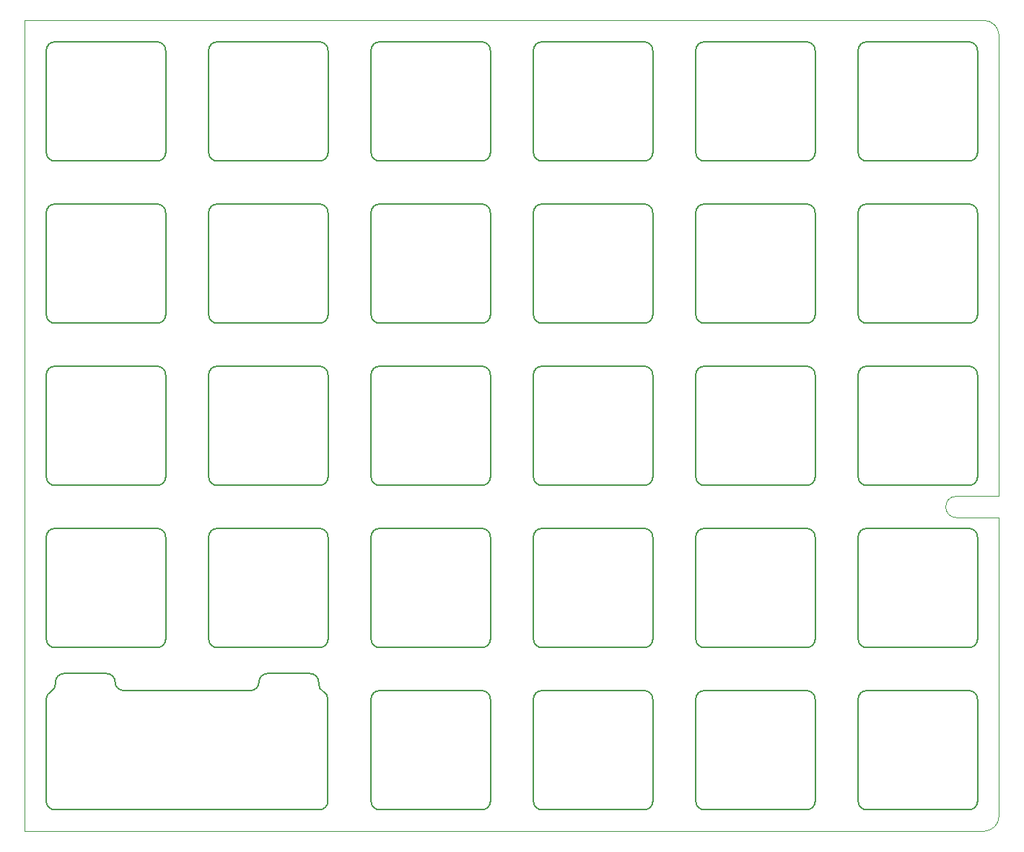
<source format=gm1>
G04 #@! TF.GenerationSoftware,KiCad,Pcbnew,6.0.4-6f826c9f35~116~ubuntu22.04.1*
G04 #@! TF.CreationDate,2022-03-31T08:40:12+02:00*
G04 #@! TF.ProjectId,lumberjack-split,6c756d62-6572-46a6-9163-6b2d73706c69,rev?*
G04 #@! TF.SameCoordinates,Original*
G04 #@! TF.FileFunction,Profile,NP*
%FSLAX46Y46*%
G04 Gerber Fmt 4.6, Leading zero omitted, Abs format (unit mm)*
G04 Created by KiCad (PCBNEW 6.0.4-6f826c9f35~116~ubuntu22.04.1) date 2022-03-31 08:40:12*
%MOMM*%
%LPD*%
G01*
G04 APERTURE LIST*
G04 #@! TA.AperFunction,Profile*
%ADD10C,0.200000*%
G04 #@! TD*
G04 #@! TA.AperFunction,Profile*
%ADD11C,0.100000*%
G04 #@! TD*
G04 APERTURE END LIST*
D10*
X123968500Y-72581000D02*
X123968500Y-84581000D01*
X123968500Y-84581000D02*
G75*
G03*
X124968500Y-85581000I999999J-1D01*
G01*
X136968500Y-85581000D02*
X124968500Y-85581000D01*
X137968500Y-72581000D02*
G75*
G03*
X136968500Y-71581000I-1000000J0D01*
G01*
X137968500Y-84581000D02*
X137968500Y-72581000D01*
X124968500Y-71581000D02*
G75*
G03*
X123968500Y-72581000I-1J-999999D01*
G01*
X136968500Y-85581000D02*
G75*
G03*
X137968500Y-84581000I0J1000000D01*
G01*
X124968500Y-71581000D02*
X136968500Y-71581000D01*
X143018500Y-72581000D02*
X143018500Y-84581000D01*
X143018500Y-84581000D02*
G75*
G03*
X144018500Y-85581000I999999J-1D01*
G01*
X156018500Y-85581000D02*
X144018500Y-85581000D01*
X157018500Y-72581000D02*
G75*
G03*
X156018500Y-71581000I-1000000J0D01*
G01*
X157018500Y-84581000D02*
X157018500Y-72581000D01*
X144018500Y-71581000D02*
G75*
G03*
X143018500Y-72581000I-1J-999999D01*
G01*
X156018500Y-85581000D02*
G75*
G03*
X157018500Y-84581000I0J1000000D01*
G01*
X144018500Y-71581000D02*
X156018500Y-71581000D01*
X162068500Y-72581000D02*
X162068500Y-84581000D01*
X162068500Y-84581000D02*
G75*
G03*
X163068500Y-85581000I999999J-1D01*
G01*
X175068500Y-85581000D02*
X163068500Y-85581000D01*
X176068500Y-72581000D02*
G75*
G03*
X175068500Y-71581000I-1000000J0D01*
G01*
X176068500Y-84581000D02*
X176068500Y-72581000D01*
X163068500Y-71581000D02*
G75*
G03*
X162068500Y-72581000I-1J-999999D01*
G01*
D11*
X211694000Y-108407000D02*
X216693932Y-108406092D01*
D10*
X130869000Y-126731000D02*
G75*
G03*
X129869000Y-127731000I7J-1000007D01*
G01*
D11*
X211694000Y-105907000D02*
G75*
G03*
X211694000Y-108407000I0J-1250000D01*
G01*
D10*
X136956000Y-142731000D02*
X105906000Y-142731000D01*
X104906000Y-141731000D02*
X104906000Y-129731000D01*
X136869000Y-127951554D02*
G75*
G03*
X137412500Y-128841277I1000100J61D01*
G01*
X106993000Y-126731000D02*
X111993000Y-126731000D01*
D11*
X102393836Y-145256372D02*
X214907993Y-145256372D01*
X102393836Y-50006292D02*
X102393836Y-145256372D01*
X214907993Y-50006292D02*
X102393836Y-50006292D01*
X216693932Y-108406092D02*
X216693932Y-143470433D01*
X216693932Y-51792231D02*
X216693932Y-105906588D01*
X214907993Y-145256372D02*
G75*
G03*
X216693932Y-143470433I0J1785939D01*
G01*
X216693932Y-51792231D02*
G75*
G03*
X214907993Y-50006292I-1785939J0D01*
G01*
D10*
X105918500Y-52531000D02*
X117918500Y-52531000D01*
D11*
X211694000Y-105907000D02*
X216693932Y-105906588D01*
D10*
X137956004Y-129731000D02*
G75*
G03*
X137412500Y-128841277I-1000007J-7D01*
G01*
X137968500Y-53531000D02*
G75*
G03*
X136968500Y-52531000I-1000000J0D01*
G01*
X162068500Y-122681000D02*
G75*
G03*
X163068500Y-123681000I999999J-1D01*
G01*
X162068500Y-110681000D02*
X162068500Y-122681000D01*
X113993000Y-128731000D02*
X128869000Y-128731000D01*
X105449495Y-128841268D02*
G75*
G03*
X105993000Y-127951554I-456388J889661D01*
G01*
X136956000Y-142731000D02*
G75*
G03*
X137956000Y-141731000I1J999999D01*
G01*
X105918500Y-52531000D02*
G75*
G03*
X104918500Y-53531000I-1J-999999D01*
G01*
X136968500Y-66531000D02*
G75*
G03*
X137968500Y-65531000I0J1000000D01*
G01*
X124968500Y-52531000D02*
X136968500Y-52531000D01*
X176068500Y-110681000D02*
G75*
G03*
X175068500Y-109681000I-1000000J0D01*
G01*
X182118500Y-109681000D02*
X194118500Y-109681000D01*
X194118500Y-123681000D02*
G75*
G03*
X195118500Y-122681000I0J1000000D01*
G01*
X182118500Y-109681000D02*
G75*
G03*
X181118500Y-110681000I-1J-999999D01*
G01*
X195118500Y-122681000D02*
X195118500Y-110681000D01*
X195118500Y-110681000D02*
G75*
G03*
X194118500Y-109681000I-1000000J0D01*
G01*
X194118500Y-123681000D02*
X182118500Y-123681000D01*
X181118500Y-122681000D02*
G75*
G03*
X182118500Y-123681000I999999J-1D01*
G01*
X175068500Y-85581000D02*
G75*
G03*
X176068500Y-84581000I0J1000000D01*
G01*
X163068500Y-71581000D02*
X175068500Y-71581000D01*
X181118500Y-72581000D02*
X181118500Y-84581000D01*
X181118500Y-84581000D02*
G75*
G03*
X182118500Y-85581000I999999J-1D01*
G01*
X194118500Y-85581000D02*
X182118500Y-85581000D01*
X195118500Y-72581000D02*
G75*
G03*
X194118500Y-71581000I-1000000J0D01*
G01*
X195118500Y-84581000D02*
X195118500Y-72581000D01*
X182118500Y-71581000D02*
G75*
G03*
X181118500Y-72581000I-1J-999999D01*
G01*
X194118500Y-85581000D02*
G75*
G03*
X195118500Y-84581000I0J1000000D01*
G01*
X182118500Y-71581000D02*
X194118500Y-71581000D01*
X143018500Y-110681000D02*
X143018500Y-122681000D01*
X143018500Y-122681000D02*
G75*
G03*
X144018500Y-123681000I999999J-1D01*
G01*
X156018500Y-123681000D02*
X144018500Y-123681000D01*
X157018500Y-110681000D02*
G75*
G03*
X156018500Y-109681000I-1000000J0D01*
G01*
X157018500Y-122681000D02*
X157018500Y-110681000D01*
X144018500Y-109681000D02*
G75*
G03*
X143018500Y-110681000I-1J-999999D01*
G01*
X156018500Y-123681000D02*
G75*
G03*
X157018500Y-122681000I0J1000000D01*
G01*
X144018500Y-109681000D02*
X156018500Y-109681000D01*
X201168500Y-71581000D02*
X213168500Y-71581000D01*
X104918500Y-91631000D02*
X104918500Y-103631000D01*
X104918500Y-103631000D02*
G75*
G03*
X105918500Y-104631000I999999J-1D01*
G01*
X117918500Y-104631000D02*
X105918500Y-104631000D01*
X118918500Y-91631000D02*
G75*
G03*
X117918500Y-90631000I-1000000J0D01*
G01*
X118918500Y-103631000D02*
X118918500Y-91631000D01*
X105918500Y-90631000D02*
G75*
G03*
X104918500Y-91631000I-1J-999999D01*
G01*
X117918500Y-104631000D02*
G75*
G03*
X118918500Y-103631000I0J1000000D01*
G01*
X105918500Y-90631000D02*
X117918500Y-90631000D01*
X123968500Y-91631000D02*
X123968500Y-103631000D01*
X123968500Y-103631000D02*
G75*
G03*
X124968500Y-104631000I999999J-1D01*
G01*
X136968500Y-104631000D02*
X124968500Y-104631000D01*
X137968500Y-91631000D02*
G75*
G03*
X136968500Y-90631000I-1000000J0D01*
G01*
X137968500Y-103631000D02*
X137968500Y-91631000D01*
X124968500Y-90631000D02*
G75*
G03*
X123968500Y-91631000I-1J-999999D01*
G01*
X136968500Y-104631000D02*
G75*
G03*
X137968500Y-103631000I0J1000000D01*
G01*
X124968500Y-90631000D02*
X136968500Y-90631000D01*
X176068500Y-122681000D02*
X176068500Y-110681000D01*
X136968500Y-66531000D02*
X124968500Y-66531000D01*
X112993014Y-127731000D02*
G75*
G03*
X113993000Y-128731000I999993J-7D01*
G01*
X123968500Y-65531000D02*
G75*
G03*
X124968500Y-66531000I999999J-1D01*
G01*
X137968500Y-65531000D02*
X137968500Y-53531000D01*
X124968500Y-52531000D02*
G75*
G03*
X123968500Y-53531000I-1J-999999D01*
G01*
X128869000Y-128731000D02*
G75*
G03*
X129869000Y-127731000I7J999993D01*
G01*
X136869004Y-127731000D02*
G75*
G03*
X135869001Y-126731000I-1000007J-7D01*
G01*
X118918500Y-65531000D02*
X118918500Y-53531000D01*
X163068500Y-109681000D02*
X175068500Y-109681000D01*
X143018500Y-53531000D02*
X143018500Y-65531000D01*
X143018500Y-65531000D02*
G75*
G03*
X144018500Y-66531000I999999J-1D01*
G01*
X156018500Y-66531000D02*
X144018500Y-66531000D01*
X157018500Y-53531000D02*
G75*
G03*
X156018500Y-52531000I-1000000J0D01*
G01*
X157018500Y-65531000D02*
X157018500Y-53531000D01*
X144018500Y-52531000D02*
G75*
G03*
X143018500Y-53531000I-1J-999999D01*
G01*
X156018500Y-66531000D02*
G75*
G03*
X157018500Y-65531000I0J1000000D01*
G01*
X144018500Y-52531000D02*
X156018500Y-52531000D01*
X104906014Y-141731000D02*
G75*
G03*
X105906000Y-142731000I999993J-7D01*
G01*
X123968500Y-53531000D02*
X123968500Y-65531000D01*
X123968500Y-110681000D02*
X123968500Y-122681000D01*
X123968500Y-122681000D02*
G75*
G03*
X124968500Y-123681000I999999J-1D01*
G01*
X136968500Y-123681000D02*
X124968500Y-123681000D01*
X137968500Y-110681000D02*
G75*
G03*
X136968500Y-109681000I-1000000J0D01*
G01*
X137968500Y-122681000D02*
X137968500Y-110681000D01*
X124968500Y-109681000D02*
G75*
G03*
X123968500Y-110681000I-1J-999999D01*
G01*
X136968500Y-123681000D02*
G75*
G03*
X137968500Y-122681000I0J1000000D01*
G01*
X124968500Y-109681000D02*
X136968500Y-109681000D01*
X136869001Y-127731000D02*
X136869001Y-127951554D01*
X118918500Y-53531000D02*
G75*
G03*
X117918500Y-52531000I-1000000J0D01*
G01*
X181118500Y-110681000D02*
X181118500Y-122681000D01*
X144018500Y-128731000D02*
X156018500Y-128731000D01*
X156018500Y-142731000D02*
G75*
G03*
X157018500Y-141731000I0J1000000D01*
G01*
X144018500Y-128731000D02*
G75*
G03*
X143018500Y-129731000I-1J-999999D01*
G01*
X201168500Y-109681000D02*
X213168500Y-109681000D01*
X213168500Y-123681000D02*
G75*
G03*
X214168500Y-122681000I0J1000000D01*
G01*
X201168500Y-109681000D02*
G75*
G03*
X200168500Y-110681000I-1J-999999D01*
G01*
X214168500Y-122681000D02*
X214168500Y-110681000D01*
X214168500Y-110681000D02*
G75*
G03*
X213168500Y-109681000I-1000000J0D01*
G01*
X213168500Y-123681000D02*
X201168500Y-123681000D01*
X200168500Y-122681000D02*
G75*
G03*
X201168500Y-123681000I999999J-1D01*
G01*
X200168500Y-110681000D02*
X200168500Y-122681000D01*
X182118500Y-128731000D02*
X194118500Y-128731000D01*
X194118500Y-142731000D02*
G75*
G03*
X195118500Y-141731000I0J1000000D01*
G01*
X182118500Y-128731000D02*
G75*
G03*
X181118500Y-129731000I-1J-999999D01*
G01*
X195118500Y-141731000D02*
X195118500Y-129731000D01*
X195118500Y-129731000D02*
G75*
G03*
X194118500Y-128731000I-1000000J0D01*
G01*
X194118500Y-142731000D02*
X182118500Y-142731000D01*
X181118500Y-141731000D02*
G75*
G03*
X182118500Y-142731000I999999J-1D01*
G01*
X157018500Y-141731000D02*
X157018500Y-129731000D01*
X157018500Y-129731000D02*
G75*
G03*
X156018500Y-128731000I-1000000J0D01*
G01*
X156018500Y-142731000D02*
X144018500Y-142731000D01*
X143018500Y-141731000D02*
G75*
G03*
X144018500Y-142731000I999999J-1D01*
G01*
X143018500Y-129731000D02*
X143018500Y-141731000D01*
X143018500Y-91631000D02*
X143018500Y-103631000D01*
X143018500Y-103631000D02*
G75*
G03*
X144018500Y-104631000I999999J-1D01*
G01*
X156018500Y-104631000D02*
X144018500Y-104631000D01*
X157018500Y-91631000D02*
G75*
G03*
X156018500Y-90631000I-1000000J0D01*
G01*
X157018500Y-103631000D02*
X157018500Y-91631000D01*
X144018500Y-90631000D02*
G75*
G03*
X143018500Y-91631000I-1J-999999D01*
G01*
X156018500Y-104631000D02*
G75*
G03*
X157018500Y-103631000I0J1000000D01*
G01*
X144018500Y-90631000D02*
X156018500Y-90631000D01*
X162068500Y-91631000D02*
X162068500Y-103631000D01*
X162068500Y-103631000D02*
G75*
G03*
X163068500Y-104631000I999999J-1D01*
G01*
X175068500Y-104631000D02*
X163068500Y-104631000D01*
X176068500Y-91631000D02*
G75*
G03*
X175068500Y-90631000I-1000000J0D01*
G01*
X176068500Y-103631000D02*
X176068500Y-91631000D01*
X163068500Y-90631000D02*
G75*
G03*
X162068500Y-91631000I-1J-999999D01*
G01*
X175068500Y-104631000D02*
G75*
G03*
X176068500Y-103631000I0J1000000D01*
G01*
X163068500Y-90631000D02*
X175068500Y-90631000D01*
X117918500Y-66531000D02*
X105918500Y-66531000D01*
X104918500Y-65531000D02*
G75*
G03*
X105918500Y-66531000I999999J-1D01*
G01*
X214168500Y-129731000D02*
G75*
G03*
X213168500Y-128731000I-1000000J0D01*
G01*
X213168500Y-142731000D02*
X201168500Y-142731000D01*
X200168500Y-141731000D02*
G75*
G03*
X201168500Y-142731000I999999J-1D01*
G01*
X200168500Y-129731000D02*
X200168500Y-141731000D01*
X181118500Y-91631000D02*
X181118500Y-103631000D01*
X181118500Y-103631000D02*
G75*
G03*
X182118500Y-104631000I999999J-1D01*
G01*
X194118500Y-104631000D02*
X182118500Y-104631000D01*
X195118500Y-91631000D02*
G75*
G03*
X194118500Y-90631000I-1000000J0D01*
G01*
X195118500Y-103631000D02*
X195118500Y-91631000D01*
X182118500Y-90631000D02*
G75*
G03*
X181118500Y-91631000I-1J-999999D01*
G01*
X194118500Y-104631000D02*
G75*
G03*
X195118500Y-103631000I0J1000000D01*
G01*
X182118500Y-90631000D02*
X194118500Y-90631000D01*
X200168500Y-91631000D02*
X200168500Y-103631000D01*
X200168500Y-103631000D02*
G75*
G03*
X201168500Y-104631000I999999J-1D01*
G01*
X213168500Y-104631000D02*
X201168500Y-104631000D01*
X214168500Y-91631000D02*
G75*
G03*
X213168500Y-90631000I-1000000J0D01*
G01*
X214168500Y-103631000D02*
X214168500Y-91631000D01*
X201168500Y-90631000D02*
G75*
G03*
X200168500Y-91631000I-1J-999999D01*
G01*
X213168500Y-104631000D02*
G75*
G03*
X214168500Y-103631000I0J1000000D01*
G01*
X201168500Y-90631000D02*
X213168500Y-90631000D01*
X104918500Y-110681000D02*
X104918500Y-122681000D01*
X104918500Y-122681000D02*
G75*
G03*
X105918500Y-123681000I999999J-1D01*
G01*
X117918500Y-123681000D02*
X105918500Y-123681000D01*
X118918500Y-110681000D02*
G75*
G03*
X117918500Y-109681000I-1000000J0D01*
G01*
X118918500Y-122681000D02*
X118918500Y-110681000D01*
X105918500Y-109681000D02*
G75*
G03*
X104918500Y-110681000I-1J-999999D01*
G01*
X117918500Y-123681000D02*
G75*
G03*
X118918500Y-122681000I0J1000000D01*
G01*
X105918500Y-109681000D02*
X117918500Y-109681000D01*
X162068500Y-53531000D02*
X162068500Y-65531000D01*
X162068500Y-65531000D02*
G75*
G03*
X163068500Y-66531000I999999J-1D01*
G01*
X175068500Y-66531000D02*
X163068500Y-66531000D01*
X176068500Y-53531000D02*
G75*
G03*
X175068500Y-52531000I-1000000J0D01*
G01*
X176068500Y-65531000D02*
X176068500Y-53531000D01*
X163068500Y-52531000D02*
G75*
G03*
X162068500Y-53531000I-1J-999999D01*
G01*
X175068500Y-66531000D02*
G75*
G03*
X176068500Y-65531000I0J1000000D01*
G01*
X163068500Y-52531000D02*
X175068500Y-52531000D01*
X181118500Y-53531000D02*
X181118500Y-65531000D01*
X181118500Y-65531000D02*
G75*
G03*
X182118500Y-66531000I999999J-1D01*
G01*
X194118500Y-66531000D02*
X182118500Y-66531000D01*
X195118500Y-53531000D02*
G75*
G03*
X194118500Y-52531000I-1000000J0D01*
G01*
X195118500Y-65531000D02*
X195118500Y-53531000D01*
X182118500Y-52531000D02*
G75*
G03*
X181118500Y-53531000I-1J-999999D01*
G01*
X194118500Y-66531000D02*
G75*
G03*
X195118500Y-65531000I0J1000000D01*
G01*
X182118500Y-52531000D02*
X194118500Y-52531000D01*
X163068500Y-128731000D02*
X175068500Y-128731000D01*
X175068500Y-142731000D02*
G75*
G03*
X176068500Y-141731000I0J1000000D01*
G01*
X163068500Y-128731000D02*
G75*
G03*
X162068500Y-129731000I-1J-999999D01*
G01*
X176068500Y-141731000D02*
X176068500Y-129731000D01*
X176068500Y-129731000D02*
G75*
G03*
X175068500Y-128731000I-1000000J0D01*
G01*
X175068500Y-142731000D02*
X163068500Y-142731000D01*
X162068500Y-141731000D02*
G75*
G03*
X163068500Y-142731000I999999J-1D01*
G01*
X162068500Y-129731000D02*
X162068500Y-141731000D01*
X181118500Y-129731000D02*
X181118500Y-141731000D01*
X201168500Y-128731000D02*
X213168500Y-128731000D01*
X213168500Y-142731000D02*
G75*
G03*
X214168500Y-141731000I0J1000000D01*
G01*
X201168500Y-128731000D02*
G75*
G03*
X200168500Y-129731000I-1J-999999D01*
G01*
X214168500Y-141731000D02*
X214168500Y-129731000D01*
X104918500Y-53531000D02*
X104918500Y-65531000D01*
X175068500Y-123681000D02*
G75*
G03*
X176068500Y-122681000I0J1000000D01*
G01*
X105449501Y-128841279D02*
G75*
G03*
X104906000Y-129731000I456506J-889728D01*
G01*
X200168500Y-53531000D02*
X200168500Y-65531000D01*
X200168500Y-65531000D02*
G75*
G03*
X201168500Y-66531000I999999J-1D01*
G01*
X213168500Y-66531000D02*
X201168500Y-66531000D01*
X214168500Y-53531000D02*
G75*
G03*
X213168500Y-52531000I-1000000J0D01*
G01*
X214168500Y-65531000D02*
X214168500Y-53531000D01*
X201168500Y-52531000D02*
G75*
G03*
X200168500Y-53531000I-1J-999999D01*
G01*
X213168500Y-66531000D02*
G75*
G03*
X214168500Y-65531000I0J1000000D01*
G01*
X201168500Y-52531000D02*
X213168500Y-52531000D01*
X200168500Y-72581000D02*
X200168500Y-84581000D01*
X200168500Y-84581000D02*
G75*
G03*
X201168500Y-85581000I999999J-1D01*
G01*
X213168500Y-85581000D02*
X201168500Y-85581000D01*
X214168500Y-72581000D02*
G75*
G03*
X213168500Y-71581000I-1000000J0D01*
G01*
X214168500Y-84581000D02*
X214168500Y-72581000D01*
X201168500Y-71581000D02*
G75*
G03*
X200168500Y-72581000I-1J-999999D01*
G01*
X213168500Y-85581000D02*
G75*
G03*
X214168500Y-84581000I0J1000000D01*
G01*
X104918500Y-72581000D02*
X104918500Y-84581000D01*
X104918500Y-84581000D02*
G75*
G03*
X105918500Y-85581000I999999J-1D01*
G01*
X117918500Y-85581000D02*
X105918500Y-85581000D01*
X118918500Y-72581000D02*
G75*
G03*
X117918500Y-71581000I-1000000J0D01*
G01*
X118918500Y-84581000D02*
X118918500Y-72581000D01*
X105918500Y-71581000D02*
G75*
G03*
X104918500Y-72581000I-1J-999999D01*
G01*
X117918500Y-85581000D02*
G75*
G03*
X118918500Y-84581000I0J1000000D01*
G01*
X105918500Y-71581000D02*
X117918500Y-71581000D01*
X175068500Y-123681000D02*
X163068500Y-123681000D01*
X106992999Y-126730999D02*
G75*
G03*
X105992999Y-127731000I8J-1000008D01*
G01*
X105992999Y-127951554D02*
X105992999Y-127731000D01*
X112993014Y-127731000D02*
G75*
G03*
X111993000Y-126731000I-1000007J-7D01*
G01*
X163068500Y-109681000D02*
G75*
G03*
X162068500Y-110681000I-1J-999999D01*
G01*
X117918500Y-66531000D02*
G75*
G03*
X118918500Y-65531000I0J1000000D01*
G01*
X137956000Y-129731000D02*
X137956000Y-141731000D01*
X130869000Y-126731000D02*
X135869000Y-126731000D01*
M02*

</source>
